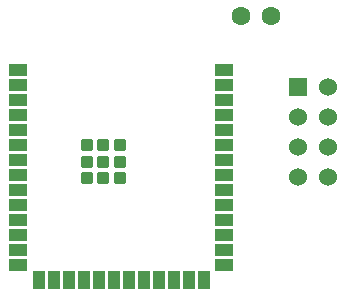
<source format=gts>
G04 Layer: TopSolderMaskLayer*
G04 EasyEDA Pro v2.2.32.3, 2024-11-26 12:07:46*
G04 Gerber Generator version 0.3*
G04 Scale: 100 percent, Rotated: No, Reflected: No*
G04 Dimensions in millimeters*
G04 Leading zeros omitted, absolute positions, 3 integers and 5 decimals*
%FSLAX35Y35*%
%MOMM*%
%AMRoundRect*1,1,$1,$2,$3*1,1,$1,$4,$5*1,1,$1,0-$2,0-$3*1,1,$1,0-$4,0-$5*20,1,$1,$2,$3,$4,$5,0*20,1,$1,$4,$5,0-$2,0-$3,0*20,1,$1,0-$2,0-$3,0-$4,0-$5,0*20,1,$1,0-$4,0-$5,$2,$3,0*4,1,4,$2,$3,$4,$5,0-$2,0-$3,0-$4,0-$5,$2,$3,0*%
%ADD10RoundRect,0.09093X-0.75455X0.45455X0.75455X0.45455*%
%ADD11RoundRect,0.09093X-0.45455X-0.75455X-0.45455X0.75455*%
%ADD12RoundRect,0.09093X0.75455X-0.45455X-0.75455X-0.45455*%
%ADD13RoundRect,0.09224X-0.45468X-0.45468X-0.45468X0.45468*%
%ADD14R,1.524X1.524*%
%ADD15C,1.524*%
%ADD16C,1.6*%
G75*


G04 Pad Start*
G54D10*
G01X699795Y-596405D03*
G01X699795Y-723405D03*
G01X699795Y-850405D03*
G01X699795Y-977405D03*
G01X699795Y-1104405D03*
G01X699795Y-1231405D03*
G01X699795Y-1358405D03*
G01X699795Y-1485405D03*
G01X699795Y-1612405D03*
G01X699795Y-1739405D03*
G01X699795Y-1866405D03*
G01X699795Y-1993405D03*
G01X699795Y-2120405D03*
G01X699795Y-2247405D03*
G54D11*
G01X876300Y-2375395D03*
G01X1003300Y-2375395D03*
G01X1130300Y-2375395D03*
G01X1257300Y-2375395D03*
G01X1384300Y-2375395D03*
G01X1511300Y-2375395D03*
G01X1638300Y-2375395D03*
G01X1765300Y-2375395D03*
G01X1892300Y-2375395D03*
G01X2019300Y-2375395D03*
G01X2146300Y-2375395D03*
G01X2273300Y-2372398D03*
G54D12*
G01X2449805Y-2247405D03*
G01X2449805Y-2120405D03*
G01X2449805Y-1993405D03*
G01X2449805Y-1866405D03*
G01X2449805Y-1739405D03*
G01X2449805Y-1612405D03*
G01X2449805Y-1485405D03*
G01X2449805Y-1358405D03*
G01X2449805Y-1231405D03*
G01X2449805Y-1104405D03*
G01X2449805Y-977405D03*
G01X2449805Y-850405D03*
G01X2449805Y-723405D03*
G01X2449805Y-596405D03*
G54D13*
G01X1424788Y-1368412D03*
G01X1284783Y-1368412D03*
G01X1564792Y-1368412D03*
G01X1564792Y-1228407D03*
G01X1424788Y-1228407D03*
G01X1284783Y-1228407D03*
G01X1284783Y-1508417D03*
G01X1424788Y-1508417D03*
G01X1564792Y-1508417D03*
G54D14*
G01X3073400Y-736600D03*
G54D15*
G01X3327399Y-736600D03*
G01X3073400Y-990599D03*
G01X3327399Y-990599D03*
G01X3073400Y-1244599D03*
G01X3327399Y-1244599D03*
G01X3073400Y-1498598D03*
G01X3327399Y-1498598D03*
G54D16*
G01X2844787Y-139700D03*
G01X2590787Y-139700D03*
G04 Pad End*

M02*


</source>
